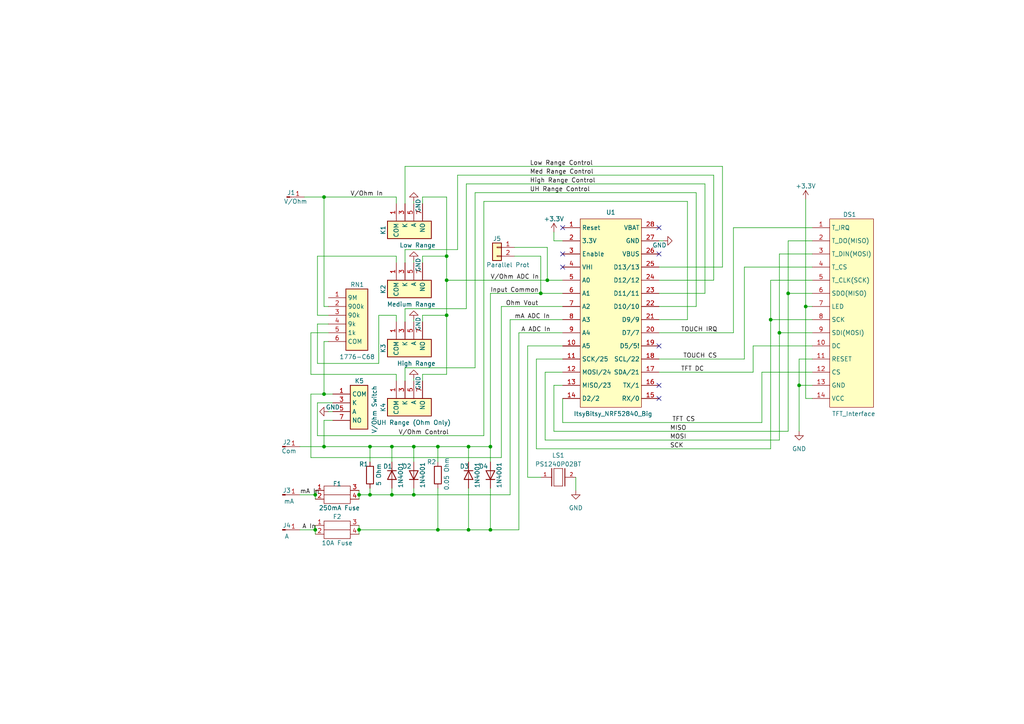
<source format=kicad_sch>
(kicad_sch (version 20230121) (generator eeschema)
  (paper "A4")
  (lib_symbols
    (symbol "502ProjectSymbols:1776-C68"
      (property "Reference" "RN" (at -2.54 13.97 0))
      (property "Value" "1776-C68" (at -2.54 11.43 0))
      (symbol "1776-C68_1_1"
        (rectangle (start -2.54 8.89) (end 3.81 -8.89) (stroke (width 0.254)) (fill (type background)))
        (pin passive line (at -7.62 6.35 0) (length 5.08) (name "9M") (number "1"))
        (pin passive line (at -7.62 3.81 0) (length 5.08) (name "900k") (number "2"))
        (pin passive line (at -7.62 1.27 0) (length 5.08) (name "90k") (number "3"))
        (pin passive line (at -7.62 -1.27 0) (length 5.08) (name "9k") (number "4"))
        (pin passive line (at -7.62 -3.81 0) (length 5.08) (name "1k") (number "5"))
        (pin passive line (at -7.62 -6.35 0) (length 5.08) (name "COM") (number "6"))
      )
    )
    (symbol "502ProjectSymbols:Fuse"
      (property "Reference" "F" (at 0 3.81 0))
      (property "Value" "Fuse" (at 0 -3.81 0))
      (symbol "Fuse_0_1"
        (rectangle (start -3.81 2.54) (end 3.81 -2.54))
        (polyline (pts (xy -3.81 0) (xy 3.81 0)))
      )
      (symbol "Fuse_1_1"
        (pin passive line (at -6.35 1.27 0) (length 2.54) (name "") (number "1"))
        (pin passive line (at -6.35 -1.27 0) (length 2.54) (name "") (number "2"))
        (pin passive line (at 6.35 1.27 180) (length 2.54) (name "") (number "3"))
        (pin passive line (at 6.35 -1.27 180) (length 2.54) (name "") (number "4"))
      )
    )
    (symbol "502ProjectSymbols:ItsyBitsy_NRF52840_Big"
      (property "Reference" "U" (at 0 27.94 0))
      (property "Value" "ItsyBitsy_NRF52840_Big" (at 0 -29.21 0))
      (symbol "ItsyBitsy_NRF52840_Big_0_1"
        (rectangle (start -8.89 26.67) (end 8.89 -27.94) (fill (type background)))
      )
      (symbol "ItsyBitsy_NRF52840_Big_1_0"
        (pin input line (at -13.97 -10.16 0) (length 5.08) (name "") (number ""))
      )
      (symbol "ItsyBitsy_NRF52840_Big_1_1"
        (pin input line (at -13.97 24.13 0) (length 5.08) (name "Reset") (number "1"))
        (pin input line (at -13.97 -10.16 0) (length 5.08) (name "A5") (number "10"))
        (pin bidirectional line (at -13.97 -13.97 0) (length 5.08) (name "SCK/25") (number "11"))
        (pin bidirectional line (at -13.97 -17.78 0) (length 5.08) (name "MOSI/24") (number "12"))
        (pin bidirectional line (at -13.97 -21.59 0) (length 5.08) (name "MISO/23") (number "13"))
        (pin bidirectional line (at -13.97 -25.4 0) (length 5.08) (name "D2/2") (number "14"))
        (pin bidirectional line (at 13.97 -25.4 180) (length 5.08) (name "RX/0") (number "15"))
        (pin bidirectional line (at 13.97 -21.59 180) (length 5.08) (name "TX/1") (number "16"))
        (pin bidirectional line (at 13.97 -17.78 180) (length 5.08) (name "SDA/21") (number "17"))
        (pin bidirectional line (at 13.97 -13.97 180) (length 5.08) (name "SCL/22") (number "18"))
        (pin bidirectional line (at 13.97 -10.16 180) (length 5.08) (name "D5/5!") (number "19"))
        (pin output line (at -13.97 20.32 0) (length 5.08) (name "3.3V") (number "2"))
        (pin bidirectional line (at 13.97 -6.35 180) (length 5.08) (name "D7/7") (number "20"))
        (pin bidirectional line (at 13.97 -2.54 180) (length 5.08) (name "D9/9") (number "21"))
        (pin bidirectional line (at 13.97 1.27 180) (length 5.08) (name "D10/10") (number "22"))
        (pin bidirectional line (at 13.97 5.08 180) (length 5.08) (name "D11/11") (number "23"))
        (pin bidirectional line (at 13.97 8.89 180) (length 5.08) (name "D12/12") (number "24"))
        (pin bidirectional line (at 13.97 12.7 180) (length 5.08) (name "D13/13") (number "25"))
        (pin bidirectional line (at 13.97 16.51 180) (length 5.08) (name "VBUS") (number "26"))
        (pin bidirectional line (at 13.97 20.32 180) (length 5.08) (name "GND") (number "27"))
        (pin bidirectional line (at 13.97 24.13 180) (length 5.08) (name "VBAT") (number "28"))
        (pin input line (at -13.97 16.51 0) (length 5.08) (name "Enable") (number "3"))
        (pin bidirectional line (at -13.97 12.7 0) (length 5.08) (name "VHI") (number "4"))
        (pin input line (at -13.97 8.89 0) (length 5.08) (name "A0") (number "5"))
        (pin input line (at -13.97 5.08 0) (length 5.08) (name "A1") (number "6"))
        (pin input line (at -13.97 1.27 0) (length 5.08) (name "A2") (number "7"))
        (pin input line (at -13.97 -2.54 0) (length 5.08) (name "A3") (number "8"))
        (pin input line (at -13.97 -6.35 0) (length 5.08) (name "A4") (number "9"))
      )
    )
    (symbol "502ProjectSymbols:PS1240P02BT" (pin_names (offset 1.016))
      (property "Reference" "LS" (at -3.81 3.81 0))
      (property "Value" "PS1240P02BT" (at -3.81 -5.08 0))
      (symbol "PS1240P02BT_0_0"
        (polyline (pts (xy -2.54 0) (xy -1.905 0)) (stroke (width 0.1524)))
        (polyline (pts (xy -1.905 -2.54) (xy -1.905 0)) (stroke (width 0.254)))
        (polyline (pts (xy -1.905 0) (xy -1.905 2.54)) (stroke (width 0.254)))
        (polyline (pts (xy -1.27 -2.54) (xy 1.27 -2.54)) (stroke (width 0.1524)))
        (polyline (pts (xy -1.27 2.54) (xy -1.27 -2.54)) (stroke (width 0.1524)))
        (polyline (pts (xy 1.27 -2.54) (xy 1.27 2.54)) (stroke (width 0.1524)))
        (polyline (pts (xy 1.27 2.54) (xy -1.27 2.54)) (stroke (width 0.1524)))
        (polyline (pts (xy 1.905 0) (xy 1.905 -2.54)) (stroke (width 0.254)))
        (polyline (pts (xy 1.905 0) (xy 2.54 0)) (stroke (width 0.1524)))
        (polyline (pts (xy 1.905 2.54) (xy 1.905 0)) (stroke (width 0.254)))
        (pin passive line (at -5.08 0 0) (length 2.54) (name "~") (number "1"))
        (pin passive line (at 5.08 0 180) (length 2.54) (name "~") (number "2"))
      )
    )
    (symbol "502ProjectSymbols:SIL03-1A72-71D"
      (property "Reference" "K" (at -1.27 8.89 0))
      (property "Value" "SIL03-1A72-71D" (at 3.81 -8.89 90))
      (symbol "SIL03-1A72-71D_1_1"
        (rectangle (start -2.54 6.35) (end 2.54 -6.35) (stroke (width 0.254)) (fill (type background)))
        (pin passive line (at -7.62 3.81 0) (length 5.08) (name "COM") (number "1"))
        (pin passive line (at -7.62 1.27 0) (length 5.08) (name "K") (number "3"))
        (pin passive line (at -7.62 -1.27 0) (length 5.08) (name "A") (number "5"))
        (pin passive line (at -7.62 -3.81 0) (length 5.08) (name "NO") (number "7"))
      )
    )
    (symbol "502ProjectSymbols:TFT_Interface"
      (property "Reference" "DS" (at -1.27 27.94 0))
      (property "Value" "TFT_Interface" (at 0 -29.21 0))
      (symbol "TFT_Interface_0_1"
        (rectangle (start -6.35 26.67) (end 6.35 -27.94) (fill (type background)))
      )
      (symbol "TFT_Interface_1_1"
        (pin passive line (at -11.43 24.13 0) (length 5.08) (name "T_IRQ") (number "1"))
        (pin passive line (at -11.43 -10.16 0) (length 5.08) (name "DC") (number "10"))
        (pin passive line (at -11.43 -13.97 0) (length 5.08) (name "RESET") (number "11"))
        (pin passive line (at -11.43 -17.78 0) (length 5.08) (name "CS") (number "12"))
        (pin passive line (at -11.43 -21.59 0) (length 5.08) (name "GND") (number "13"))
        (pin passive line (at -11.43 -25.4 0) (length 5.08) (name "VCC") (number "14"))
        (pin passive line (at -11.43 20.32 0) (length 5.08) (name "T_DO(MISO)") (number "2"))
        (pin passive line (at -11.43 16.51 0) (length 5.08) (name "T_DIN(MOSI)") (number "3"))
        (pin passive line (at -11.43 12.7 0) (length 5.08) (name "T_CS") (number "4"))
        (pin passive line (at -11.43 8.89 0) (length 5.08) (name "T_CLK(SCK)") (number "5"))
        (pin passive line (at -11.43 5.08 0) (length 5.08) (name "SDO(MISO)") (number "6"))
        (pin passive line (at -11.43 1.27 0) (length 5.08) (name "LED") (number "7"))
        (pin passive line (at -11.43 -2.54 0) (length 5.08) (name "SCK") (number "8"))
        (pin passive line (at -11.43 -6.35 0) (length 5.08) (name "SDI(MOSI)") (number "9"))
      )
    )
    (symbol "Connector:Conn_01x01_Pin" (pin_names (offset 1.016) hide)
      (property "Reference" "J" (at 0 2.54 0))
      (property "Value" "Conn_01x01_Pin" (at 0 -2.54 0))
      (symbol "Conn_01x01_Pin_1_1"
        (polyline (pts (xy 1.27 0) (xy 0.8636 0)) (stroke (width 0.1524)))
        (rectangle (start 0.8636 0.127) (end 0 -0.127) (stroke (width 0.1524)) (fill (type outline)))
        (pin passive line (at 5.08 0 180) (length 3.81) (name "Pin_1") (number "1"))
      )
    )
    (symbol "Connector_Generic:Conn_01x02" (pin_names (offset 1.016) hide)
      (property "Reference" "J" (at 0 2.54 0))
      (property "Value" "Conn_01x02" (at 0 -5.08 0))
      (symbol "Conn_01x02_1_1"
        (rectangle (start -1.27 -2.413) (end 0 -2.667) (stroke (width 0.1524)))
        (rectangle (start -1.27 0.127) (end 0 -0.127) (stroke (width 0.1524)))
        (rectangle (start -1.27 1.27) (end 1.27 -3.81) (stroke (width 0.254)) (fill (type background)))
        (pin passive line (at -5.08 0 0) (length 3.81) (name "Pin_1") (number "1"))
        (pin passive line (at -5.08 -2.54 0) (length 3.81) (name "Pin_2") (number "2"))
      )
    )
    (symbol "Device:R" (pin_numbers hide) (pin_names (offset 0))
      (property "Reference" "R" (at 2.032 0 90))
      (property "Value" "R" (at 0 0 90))
      (symbol "R_0_1"
        (rectangle (start -1.016 -2.54) (end 1.016 2.54) (stroke (width 0.254)))
      )
      (symbol "R_1_1"
        (pin passive line (at 0 3.81 270) (length 1.27) (name "~") (number "1"))
        (pin passive line (at 0 -3.81 90) (length 1.27) (name "~") (number "2"))
      )
    )
    (symbol "Diode:1N4001" (pin_numbers hide) (pin_names hide)
      (property "Reference" "D" (at 0 2.54 0))
      (property "Value" "1N4001" (at 0 -2.54 0))
      (symbol "1N4001_0_1"
        (polyline (pts (xy -1.27 1.27) (xy -1.27 -1.27)) (stroke (width 0.254)))
        (polyline (pts (xy 1.27 0) (xy -1.27 0)))
        (polyline (pts (xy 1.27 1.27) (xy 1.27 -1.27) (xy -1.27 0) (xy 1.27 1.27)) (stroke (width 0.254)))
      )
      (symbol "1N4001_1_1"
        (pin passive line (at -3.81 0 0) (length 2.54) (name "K") (number "1"))
        (pin passive line (at 3.81 0 180) (length 2.54) (name "A") (number "2"))
      )
    )
    (symbol "power:+3.3V" (power) (pin_names (offset 0))
      (property "Value" "+3.3V" (at 0 3.556 0))
      (symbol "+3.3V_0_1"
        (polyline (pts (xy -0.762 1.27) (xy 0 2.54)))
        (polyline (pts (xy 0 0) (xy 0 2.54)))
        (polyline (pts (xy 0 2.54) (xy 0.762 1.27)))
      )
      (symbol "+3.3V_1_1"
        (pin power_in line (at 0 0 90) (length 0) hide (name "+3.3V") (number "1"))
      )
    )
    (symbol "power:GND" (power) (pin_names (offset 0))
      (property "Value" "GND" (at 0 -3.81 0))
      (symbol "GND_0_1"
        (polyline (pts (xy 0 0) (xy 0 -1.27) (xy 1.27 -1.27) (xy 0 -2.54) (xy -1.27 -1.27) (xy 0 -1.27)))
      )
      (symbol "GND_1_1"
        (pin power_in line (at 0 0 270) (length 0) hide (name "GND") (number "1"))
      )
    )
  )
  (junction (at 228.6 85.09))
  (junction (at 142.24 129.54))
  (junction (at 91.44 153.67))
  (junction (at 158.75 81.28))
  (junction (at 91.44 143.51))
  (junction (at 127 153.67))
  (junction (at 104.14 153.67))
  (junction (at 231.775 111.76))
  (junction (at 127 129.54))
  (junction (at 93.98 114.3))
  (junction (at 135.89 129.54))
  (junction (at 135.89 153.67))
  (junction (at 107.315 143.51))
  (junction (at 120.015 143.51))
  (junction (at 129.54 91.44))
  (junction (at 120.015 129.54))
  (junction (at 156.845 85.09))
  (junction (at 142.24 153.67))
  (junction (at 107.315 129.54))
  (junction (at 223.52 92.71))
  (junction (at 93.98 129.54))
  (junction (at 93.98 57.15))
  (junction (at 129.54 81.28))
  (junction (at 113.665 129.54))
  (junction (at 226.06 96.52))
  (junction (at 129.54 74.295))
  (junction (at 113.665 143.51))
  (junction (at 104.14 143.51))
  (junction (at 233.68 88.9))
  (no_connect (at 191.135 66.04))
  (no_connect (at 191.135 111.76))
  (no_connect (at 191.135 73.66))
  (no_connect (at 191.135 100.33))
  (no_connect (at 163.195 77.47))
  (no_connect (at 163.195 73.66))
  (no_connect (at 163.195 66.04))
  (no_connect (at 191.135 115.57))
  (wire (pts (xy 107.315 143.51) (xy 107.315 141.605)))
  (wire (pts (xy 95.25 99.06) (xy 93.98 99.06)))
  (wire (pts (xy 142.24 129.54) (xy 142.24 133.985)))
  (wire (pts (xy 135.255 89.535) (xy 135.255 53.34)))
  (wire (pts (xy 117.475 48.26) (xy 209.55 48.26)))
  (wire (pts (xy 160.655 111.76) (xy 160.655 125.095)))
  (wire (pts (xy 104.14 153.67) (xy 104.14 152.4)))
  (wire (pts (xy 113.665 141.605) (xy 113.665 143.51)))
  (wire (pts (xy 122.555 74.295) (xy 122.555 76.2)))
  (wire (pts (xy 153.035 138.43) (xy 153.035 100.33)))
  (wire (pts (xy 122.555 57.15) (xy 129.54 57.15)))
  (wire (pts (xy 231.775 104.14) (xy 231.775 111.76)))
  (wire (pts (xy 153.035 100.33) (xy 163.195 100.33)))
  (wire (pts (xy 135.89 153.67) (xy 142.24 153.67)))
  (wire (pts (xy 235.585 104.14) (xy 231.775 104.14)))
  (wire (pts (xy 156.845 138.43) (xy 153.035 138.43)))
  (wire (pts (xy 150.495 96.52) (xy 150.495 153.67)))
  (wire (pts (xy 191.135 77.47) (xy 209.55 77.47)))
  (wire (pts (xy 104.14 153.67) (xy 104.14 154.94)))
  (wire (pts (xy 235.585 100.33) (xy 218.44 100.33)))
  (wire (pts (xy 120.015 75.565) (xy 120.015 76.2)))
  (wire (pts (xy 96.52 116.84) (xy 92.075 116.84)))
  (wire (pts (xy 142.24 141.605) (xy 142.24 153.67)))
  (wire (pts (xy 223.52 81.28) (xy 223.52 92.71)))
  (wire (pts (xy 156.845 74.295) (xy 156.845 85.09)))
  (wire (pts (xy 212.725 96.52) (xy 191.135 96.52)))
  (wire (pts (xy 145.415 88.9) (xy 163.195 88.9)))
  (wire (pts (xy 96.52 121.92) (xy 93.98 121.92)))
  (wire (pts (xy 86.995 153.67) (xy 91.44 153.67)))
  (wire (pts (xy 129.54 57.15) (xy 129.54 74.295)))
  (wire (pts (xy 209.55 48.26) (xy 209.55 77.47)))
  (wire (pts (xy 93.98 121.92) (xy 93.98 129.54)))
  (wire (pts (xy 113.665 129.54) (xy 113.665 133.985)))
  (wire (pts (xy 145.415 88.9) (xy 145.415 132.715)))
  (wire (pts (xy 90.17 114.3) (xy 93.98 114.3)))
  (wire (pts (xy 231.775 111.76) (xy 231.775 125.095)))
  (wire (pts (xy 235.585 88.9) (xy 233.68 88.9)))
  (wire (pts (xy 117.475 106.68) (xy 137.795 106.68)))
  (wire (pts (xy 120.015 92.71) (xy 120.015 93.345)))
  (wire (pts (xy 228.6 69.85) (xy 228.6 85.09)))
  (wire (pts (xy 147.955 92.71) (xy 163.195 92.71)))
  (wire (pts (xy 235.585 69.85) (xy 228.6 69.85)))
  (wire (pts (xy 215.9 77.47) (xy 215.9 104.14)))
  (wire (pts (xy 120.015 129.54) (xy 120.015 133.985)))
  (wire (pts (xy 95.25 93.98) (xy 92.075 93.98)))
  (wire (pts (xy 93.98 57.15) (xy 114.935 57.15)))
  (wire (pts (xy 235.585 66.04) (xy 212.725 66.04)))
  (wire (pts (xy 226.06 96.52) (xy 235.585 96.52)))
  (wire (pts (xy 191.135 69.85) (xy 192.405 69.85)))
  (wire (pts (xy 129.54 81.28) (xy 129.54 91.44)))
  (wire (pts (xy 117.475 72.39) (xy 132.715 72.39)))
  (wire (pts (xy 120.015 58.42) (xy 120.015 59.055)))
  (wire (pts (xy 127 153.67) (xy 127 141.605)))
  (wire (pts (xy 129.54 81.28) (xy 158.75 81.28)))
  (wire (pts (xy 233.68 88.9) (xy 233.68 115.57)))
  (wire (pts (xy 235.585 81.28) (xy 223.52 81.28)))
  (wire (pts (xy 158.115 107.95) (xy 158.115 127.635)))
  (wire (pts (xy 93.98 129.54) (xy 107.315 129.54)))
  (wire (pts (xy 220.98 107.95) (xy 220.98 122.555)))
  (wire (pts (xy 86.995 129.54) (xy 93.98 129.54)))
  (wire (pts (xy 91.44 153.67) (xy 91.44 152.4)))
  (wire (pts (xy 91.44 153.67) (xy 91.44 154.94)))
  (wire (pts (xy 212.725 66.04) (xy 212.725 96.52)))
  (wire (pts (xy 163.195 111.76) (xy 160.655 111.76)))
  (wire (pts (xy 135.89 141.605) (xy 135.89 153.67)))
  (wire (pts (xy 235.585 107.95) (xy 220.98 107.95)))
  (wire (pts (xy 220.98 122.555) (xy 163.195 122.555)))
  (wire (pts (xy 191.135 107.95) (xy 218.44 107.95)))
  (wire (pts (xy 158.75 71.755) (xy 158.75 81.28)))
  (wire (pts (xy 92.075 105.41) (xy 109.855 105.41)))
  (wire (pts (xy 127 129.54) (xy 127 133.985)))
  (wire (pts (xy 92.075 91.44) (xy 92.075 74.295)))
  (wire (pts (xy 207.01 50.8) (xy 207.01 81.28)))
  (wire (pts (xy 158.75 81.28) (xy 163.195 81.28)))
  (wire (pts (xy 226.06 127.635) (xy 226.06 96.52)))
  (wire (pts (xy 92.075 126.365) (xy 140.335 126.365)))
  (wire (pts (xy 191.135 85.09) (xy 204.47 85.09)))
  (wire (pts (xy 93.98 114.3) (xy 96.52 114.3)))
  (wire (pts (xy 90.17 132.715) (xy 90.17 114.3)))
  (wire (pts (xy 129.54 108.585) (xy 122.555 108.585)))
  (wire (pts (xy 163.195 104.14) (xy 155.575 104.14)))
  (wire (pts (xy 91.44 143.51) (xy 91.44 144.78)))
  (wire (pts (xy 122.555 74.295) (xy 129.54 74.295)))
  (wire (pts (xy 104.14 153.67) (xy 127 153.67)))
  (wire (pts (xy 142.24 153.67) (xy 150.495 153.67)))
  (wire (pts (xy 142.24 85.09) (xy 156.845 85.09)))
  (wire (pts (xy 223.52 130.175) (xy 223.52 92.71)))
  (wire (pts (xy 235.585 77.47) (xy 215.9 77.47)))
  (wire (pts (xy 122.555 91.44) (xy 122.555 93.345)))
  (wire (pts (xy 158.115 127.635) (xy 226.06 127.635)))
  (wire (pts (xy 93.98 99.06) (xy 93.98 114.3)))
  (wire (pts (xy 90.17 132.715) (xy 145.415 132.715)))
  (wire (pts (xy 233.68 115.57) (xy 235.585 115.57)))
  (wire (pts (xy 117.475 93.345) (xy 117.475 89.535)))
  (wire (pts (xy 90.17 108.585) (xy 114.935 108.585)))
  (wire (pts (xy 95.25 96.52) (xy 90.17 96.52)))
  (wire (pts (xy 201.93 55.88) (xy 201.93 88.9)))
  (wire (pts (xy 107.315 143.51) (xy 113.665 143.51)))
  (wire (pts (xy 107.315 129.54) (xy 107.315 133.985)))
  (wire (pts (xy 135.255 53.34) (xy 204.47 53.34)))
  (wire (pts (xy 163.195 107.95) (xy 158.115 107.95)))
  (wire (pts (xy 156.845 85.09) (xy 163.195 85.09)))
  (wire (pts (xy 137.795 106.68) (xy 137.795 55.88)))
  (wire (pts (xy 231.775 111.76) (xy 235.585 111.76)))
  (wire (pts (xy 92.075 74.295) (xy 114.935 74.295)))
  (wire (pts (xy 163.195 69.85) (xy 160.655 69.85)))
  (wire (pts (xy 129.54 91.44) (xy 129.54 108.585)))
  (wire (pts (xy 122.555 108.585) (xy 122.555 110.49)))
  (wire (pts (xy 149.225 71.755) (xy 158.75 71.755)))
  (wire (pts (xy 155.575 104.14) (xy 155.575 130.175)))
  (wire (pts (xy 150.495 96.52) (xy 163.195 96.52)))
  (wire (pts (xy 92.075 93.98) (xy 92.075 105.41)))
  (wire (pts (xy 167.005 138.43) (xy 167.005 142.24)))
  (wire (pts (xy 113.665 143.51) (xy 120.015 143.51)))
  (wire (pts (xy 160.655 125.095) (xy 228.6 125.095)))
  (wire (pts (xy 114.935 74.295) (xy 114.935 76.2)))
  (wire (pts (xy 191.135 81.28) (xy 207.01 81.28)))
  (wire (pts (xy 88.265 57.15) (xy 93.98 57.15)))
  (wire (pts (xy 132.715 50.8) (xy 207.01 50.8)))
  (wire (pts (xy 104.14 142.24) (xy 104.14 143.51)))
  (wire (pts (xy 199.39 58.42) (xy 199.39 92.71)))
  (wire (pts (xy 107.315 129.54) (xy 113.665 129.54)))
  (wire (pts (xy 109.855 105.41) (xy 109.855 91.44)))
  (wire (pts (xy 104.14 143.51) (xy 107.315 143.51)))
  (wire (pts (xy 129.54 74.295) (xy 129.54 81.28)))
  (wire (pts (xy 127 129.54) (xy 135.89 129.54)))
  (wire (pts (xy 120.015 109.855) (xy 120.015 110.49)))
  (wire (pts (xy 149.225 74.295) (xy 156.845 74.295)))
  (wire (pts (xy 114.935 108.585) (xy 114.935 110.49)))
  (wire (pts (xy 117.475 76.2) (xy 117.475 72.39)))
  (wire (pts (xy 122.555 57.15) (xy 122.555 59.055)))
  (wire (pts (xy 95.25 91.44) (xy 92.075 91.44)))
  (wire (pts (xy 223.52 92.71) (xy 235.585 92.71)))
  (wire (pts (xy 155.575 130.175) (xy 223.52 130.175)))
  (wire (pts (xy 122.555 91.44) (xy 129.54 91.44)))
  (wire (pts (xy 140.335 58.42) (xy 199.39 58.42)))
  (wire (pts (xy 218.44 100.33) (xy 218.44 107.95)))
  (wire (pts (xy 114.935 91.44) (xy 114.935 93.345)))
  (wire (pts (xy 117.475 110.49) (xy 117.475 106.68)))
  (wire (pts (xy 228.6 85.09) (xy 235.585 85.09)))
  (wire (pts (xy 163.195 122.555) (xy 163.195 115.57)))
  (wire (pts (xy 114.935 57.15) (xy 114.935 59.055)))
  (wire (pts (xy 120.015 129.54) (xy 127 129.54)))
  (wire (pts (xy 235.585 73.66) (xy 226.06 73.66)))
  (wire (pts (xy 233.68 88.9) (xy 233.68 57.785)))
  (wire (pts (xy 127 153.67) (xy 135.89 153.67)))
  (wire (pts (xy 137.795 55.88) (xy 201.93 55.88)))
  (wire (pts (xy 140.335 126.365) (xy 140.335 58.42)))
  (wire (pts (xy 93.98 88.9) (xy 93.98 57.15)))
  (wire (pts (xy 199.39 92.71) (xy 191.135 92.71)))
  (wire (pts (xy 120.015 143.51) (xy 147.955 143.51)))
  (wire (pts (xy 215.9 104.14) (xy 191.135 104.14)))
  (wire (pts (xy 117.475 48.26) (xy 117.475 59.055)))
  (wire (pts (xy 142.24 85.09) (xy 142.24 129.54)))
  (wire (pts (xy 86.995 143.51) (xy 91.44 143.51)))
  (wire (pts (xy 104.14 143.51) (xy 104.14 144.78)))
  (wire (pts (xy 201.93 88.9) (xy 191.135 88.9)))
  (wire (pts (xy 135.89 129.54) (xy 142.24 129.54)))
  (wire (pts (xy 204.47 53.34) (xy 204.47 85.09)))
  (wire (pts (xy 117.475 89.535) (xy 135.255 89.535)))
  (wire (pts (xy 95.25 88.9) (xy 93.98 88.9)))
  (wire (pts (xy 132.715 72.39) (xy 132.715 50.8)))
  (wire (pts (xy 95.25 119.38) (xy 96.52 119.38)))
  (wire (pts (xy 135.89 129.54) (xy 135.89 133.985)))
  (wire (pts (xy 147.955 92.71) (xy 147.955 143.51)))
  (wire (pts (xy 226.06 73.66) (xy 226.06 96.52)))
  (wire (pts (xy 160.655 69.85) (xy 160.655 67.31)))
  (wire (pts (xy 91.44 143.51) (xy 91.44 142.24)))
  (wire (pts (xy 90.17 96.52) (xy 90.17 108.585)))
  (wire (pts (xy 228.6 125.095) (xy 228.6 85.09)))
  (wire (pts (xy 109.855 91.44) (xy 114.935 91.44)))
  (wire (pts (xy 120.015 141.605) (xy 120.015 143.51)))
  (wire (pts (xy 113.665 129.54) (xy 120.015 129.54)))
  (wire (pts (xy 92.075 116.84) (xy 92.075 126.365)))
  (label "TFT DC" (at 197.485 107.95 0))
  (label "SCK" (at 194.31 130.175 0))
  (label "V{slash}Ohm Control" (at 115.57 126.365 0))
  (label "A In" (at 87.63 153.67 0))
  (label "Ohm Vout" (at 146.685 88.9 0))
  (label "TOUCH IRQ" (at 197.485 96.52 0))
  (label "MOSI" (at 194.31 127.635 0))
  (label "High Range Control" (at 153.67 53.34 0))
  (label "V{slash}Ohm ADC In" (at 142.24 81.28 0))
  (label "Input Common" (at 142.24 85.09 0))
  (label "UH Range Control" (at 153.67 55.88 0))
  (label "TFT CS" (at 194.945 122.555 0))
  (label "A ADC In" (at 151.13 96.52 0))
  (label "mA ADC In" (at 149.225 92.71 0))
  (label "Med Range Control" (at 153.67 50.8 0))
  (label "TOUCH CS" (at 198.12 104.14 0))
  (label "Low Range Control" (at 153.67 48.26 0))
  (label "V{slash}Ohm In" (at 101.6 57.15 0))
  (label "MISO" (at 194.31 125.095 0))
  (label "mA In" (at 86.995 143.51 0))
  (symbol (lib_id "Device:R") (at 127 137.795 180) (unit 1)
    (property "Reference" "R2" (at 123.825 133.985 0) (effects (justify right)))
    (property "Value" "0.05 Ohm" (at 129.54 142.24 90) (effects (justify right)))
    (property "Footprint" "502ProjectFootprints:0.05 Ohm 5W Resistor rev2" (effects hide))
  )
  (symbol (lib_id "power:GND") (at 120.015 75.565 180) (unit 1)
    (property "Reference" "#PWR09" (effects hide))
    (property "Value" "GND" (at 121.285 76.835 90))
  )
  (symbol (lib_id "power:GND") (at 167.005 142.24 0) (unit 1)
    (property "Reference" "#PWR010" (effects hide))
    (property "Value" "GND" (at 167.005 147.32 0))
  )
  (symbol (lib_id "Connector:Conn_01x01_Pin") (at 81.915 129.54 0) (unit 1)
    (property "Reference" "J2" (at 83.185 128.27 0))
    (property "Value" "Com" (at 83.82 130.81 0))
    (property "Footprint" "502ProjectFootprints:PinHeader_1x01_P2.54mm_Vertical_H0.8mm" (effects hide))
  )
  (symbol (lib_id "502ProjectSymbols:SIL03-1A72-71D") (at 118.745 83.82 90) (mirror x) (unit 1)
    (property "Reference" "K2" (at 111.125 82.55 0) (effects (justify left)))
    (property "Value" "Medium Range" (at 126.365 88.265 90) (effects (justify left)))
    (property "Footprint" "502ProjectFootprints:SIL03-1A72-71DrevB" (effects hide))
    (property "Datasheet" "https://4a30d8fd18dae1bf393d-df49f4cedb726ad03ad145d2e3d346bd.ssl.cf5.rackcdn.com/datasheets/33/3303172171e.pdf" (effects hide))
    (property "Height" "7.8" (effects hide))
    (property "Manufacturer_Name" "Meder" (effects hide))
    (property "Manufacturer_Part_Number" "SIL03-1A72-71D" (effects hide))
    (property "Mouser Part Number" "876-SIL03-1A72-71D" (effects hide))
    (property "Mouser Price/Stock" "https://www.mouser.co.uk/ProductDetail/MEDER-electronic-Standex/SIL03-1A72-71D?qs=XQXp6f9AQWAyfFxxKRfX0Q%3D%3D" (effects hide))
  )
  (symbol (lib_id "Device:R") (at 107.315 137.795 180) (unit 1)
    (property "Reference" "R1" (at 104.14 134.62 0) (effects (justify right)))
    (property "Value" "5 Ohm" (at 109.855 140.97 90) (effects (justify right)))
    (property "Footprint" "Resistor_THT:R_Axial_DIN0207_L6.3mm_D2.5mm_P10.16mm_Horizontal" (effects hide))
  )
  (symbol (lib_id "502ProjectSymbols:TFT_Interface") (at 247.015 90.17 0) (unit 1)
    (property "Reference" "DS1" (at 244.475 62.23 0) (effects (justify left)))
    (property "Value" "TFT_Interface" (at 241.3 120.015 0) (effects (justify left)))
    (property "Footprint" "502ProjectFootprints:PinHeader_1x14_P2.54mm_Vertical_H0.9mm" (effects hide))
  )
  (symbol (lib_id "502ProjectSymbols:SIL03-1A72-71D") (at 104.14 118.11 0) (unit 1)
    (property "Reference" "K5" (at 102.87 110.49 0) (effects (justify left)))
    (property "Value" "V/Ohm Switch" (at 108.585 125.73 90) (effects (justify left)))
    (property "Footprint" "502ProjectFootprints:SIL03-1A72-71DrevB" (effects hide))
    (property "Datasheet" "https://4a30d8fd18dae1bf393d-df49f4cedb726ad03ad145d2e3d346bd.ssl.cf5.rackcdn.com/datasheets/33/3303172171e.pdf" (effects hide))
    (property "Height" "7.8" (effects hide))
    (property "Manufacturer_Name" "Meder" (effects hide))
    (property "Manufacturer_Part_Number" "SIL03-1A72-71D" (effects hide))
    (property "Mouser Part Number" "876-SIL03-1A72-71D" (effects hide))
    (property "Mouser Price/Stock" "https://www.mouser.co.uk/ProductDetail/MEDER-electronic-Standex/SIL03-1A72-71D?qs=XQXp6f9AQWAyfFxxKRfX0Q%3D%3D" (effects hide))
  )
  (symbol (lib_id "502ProjectSymbols:SIL03-1A72-71D") (at 118.745 66.675 90) (mirror x) (unit 1)
    (property "Reference" "K1" (at 111.125 65.405 0) (effects (justify left)))
    (property "Value" "Low Range" (at 126.365 71.12 90) (effects (justify left)))
    (property "Footprint" "502ProjectFootprints:SIL03-1A72-71DrevB" (effects hide))
    (property "Datasheet" "https://4a30d8fd18dae1bf393d-df49f4cedb726ad03ad145d2e3d346bd.ssl.cf5.rackcdn.com/datasheets/33/3303172171e.pdf" (effects hide))
    (property "Height" "7.8" (effects hide))
    (property "Manufacturer_Name" "Meder" (effects hide))
    (property "Manufacturer_Part_Number" "SIL03-1A72-71D" (effects hide))
    (property "Mouser Part Number" "876-SIL03-1A72-71D" (effects hide))
    (property "Mouser Price/Stock" "https://www.mouser.co.uk/ProductDetail/MEDER-electronic-Standex/SIL03-1A72-71D?qs=XQXp6f9AQWAyfFxxKRfX0Q%3D%3D" (effects hide))
  )
  (symbol (lib_id "power:GND") (at 120.015 58.42 180) (unit 1)
    (property "Reference" "#PWR05" (effects hide))
    (property "Value" "GND" (at 121.285 59.69 90))
  )
  (symbol (lib_id "502ProjectSymbols:Fuse") (at 97.79 143.51 0) (unit 1)
    (property "Reference" "F1" (at 97.79 140.335 0))
    (property "Value" "250mA Fuse" (at 98.425 147.32 0))
    (property "Footprint" "502ProjectFootprints:250mA Fuse rev2" (effects hide))
  )
  (symbol (lib_id "Diode:1N4001") (at 113.665 137.795 270) (unit 1)
    (property "Reference" "D1" (at 111.125 135.255 90) (effects (justify left)))
    (property "Value" "1N4001" (at 116.205 133.985 0) (effects (justify left)))
    (property "Footprint" "Diode_THT:D_DO-41_SOD81_P10.16mm_Horizontal" (effects hide))
    (property "Datasheet" "http://www.vishay.com/docs/88503/1n4001.pdf" (effects hide))
    (property "Sim.Device" "D" (effects hide))
    (property "Sim.Pins" "1=K 2=A" (effects hide))
  )
  (symbol (lib_id "502ProjectSymbols:SIL03-1A72-71D") (at 118.745 100.965 90) (mirror x) (unit 1)
    (property "Reference" "K3" (at 111.125 99.695 0) (effects (justify left)))
    (property "Value" "High Range" (at 126.365 105.41 90) (effects (justify left)))
    (property "Footprint" "502ProjectFootprints:SIL03-1A72-71DrevB" (effects hide))
    (property "Datasheet" "https://4a30d8fd18dae1bf393d-df49f4cedb726ad03ad145d2e3d346bd.ssl.cf5.rackcdn.com/datasheets/33/3303172171e.pdf" (effects hide))
    (property "Height" "7.8" (effects hide))
    (property "Manufacturer_Name" "Meder" (effects hide))
    (property "Manufacturer_Part_Number" "SIL03-1A72-71D" (effects hide))
    (property "Mouser Part Number" "876-SIL03-1A72-71D" (effects hide))
    (property "Mouser Price/Stock" "https://www.mouser.co.uk/ProductDetail/MEDER-electronic-Standex/SIL03-1A72-71D?qs=XQXp6f9AQWAyfFxxKRfX0Q%3D%3D" (effects hide))
  )
  (symbol (lib_id "power:GND") (at 231.775 125.095 0) (unit 1)
    (property "Reference" "#PWR03" (effects hide))
    (property "Value" "GND" (at 231.775 130.175 0))
  )
  (symbol (lib_id "Diode:1N4001") (at 142.24 137.795 90) (unit 1)
    (property "Reference" "D4" (at 141.605 135.255 90) (effects (justify left)))
    (property "Value" "1N4001" (at 144.78 141.605 0) (effects (justify left)))
    (property "Footprint" "Diode_THT:D_DO-41_SOD81_P10.16mm_Horizontal" (effects hide))
    (property "Datasheet" "http://www.vishay.com/docs/88503/1n4001.pdf" (effects hide))
    (property "Sim.Device" "D" (effects hide))
    (property "Sim.Pins" "1=K 2=A" (effects hide))
  )
  (symbol (lib_id "Diode:1N4001") (at 120.015 137.795 90) (unit 1)
    (property "Reference" "D2" (at 119.38 135.255 90) (effects (justify left)))
    (property "Value" "1N4001" (at 122.555 141.605 0) (effects (justify left)))
    (property "Footprint" "Diode_THT:D_DO-41_SOD81_P10.16mm_Horizontal" (effects hide))
    (property "Datasheet" "http://www.vishay.com/docs/88503/1n4001.pdf" (effects hide))
    (property "Sim.Device" "D" (effects hide))
    (property "Sim.Pins" "1=K 2=A" (effects hide))
  )
  (symbol (lib_id "power:+3.3V") (at 160.655 67.31 0) (unit 1)
    (property "Reference" "#PWR01" (effects hide))
    (property "Value" "+3.3V" (at 160.655 63.5 0))
  )
  (symbol (lib_id "502ProjectSymbols:PS1240P02BT") (at 161.925 138.43 0) (unit 1)
    (property "Reference" "LS1" (at 161.925 132.08 0))
    (property "Value" "PS1240P02BT" (at 161.925 134.62 0))
    (property "Footprint" "502ProjectFootprints:XDCR_PS1240P02BT" (effects hide))
    (property "MF" "TDK" (effects hide))
    (property "PRICE" "None" (effects hide))
    (property "AVAILABILITY" "Unavailable" (effects hide))
    (property "PACKAGE" "SIP-5 TDK" (effects hide))
    (property "MAXIMUM_PACKAGE_HEIGHT" "7.0mm" (effects hide))
    (property "DESCRIPTION" "Buzzers Transducer, Externally Driven Piezo 3V 4kHz 60dB @ 3V, 10cm Through Hole PC Pins" (effects hide))
    (property "MP" "PS1240P02CT3" (effects hide))
  )
  (symbol (lib_id "502ProjectSymbols:SIL03-1A72-71D") (at 118.745 118.11 90) (mirror x) (unit 1)
    (property "Reference" "K4" (at 111.125 116.84 0) (effects (justify left)))
    (property "Value" "UH Range (Ohm Only)" (at 130.81 122.555 90) (effects (justify left)))
    (property "Footprint" "502ProjectFootprints:SIL03-1A72-71DrevB" (effects hide))
    (property "Datasheet" "https://4a30d8fd18dae1bf393d-df49f4cedb726ad03ad145d2e3d346bd.ssl.cf5.rackcdn.com/datasheets/33/3303172171e.pdf" (effects hide))
    (property "Height" "7.8" (effects hide))
    (property "Manufacturer_Name" "Meder" (effects hide))
    (property "Manufacturer_Part_Number" "SIL03-1A72-71D" (effects hide))
    (property "Mouser Part Number" "876-SIL03-1A72-71D" (effects hide))
    (property "Mouser Price/Stock" "https://www.mouser.co.uk/ProductDetail/MEDER-electronic-Standex/SIL03-1A72-71D?qs=XQXp6f9AQWAyfFxxKRfX0Q%3D%3D" (effects hide))
  )
  (symbol (lib_id "power:GND") (at 120.015 92.71 180) (unit 1)
    (property "Reference" "#PWR06" (effects hide))
    (property "Value" "GND" (at 121.285 93.98 90))
  )
  (symbol (lib_id "power:+3.3V") (at 233.68 57.785 0) (unit 1)
    (property "Reference" "#PWR04" (effects hide))
    (property "Value" "+3.3V" (at 233.68 53.975 0))
  )
  (symbol (lib_id "Diode:1N4001") (at 135.89 137.795 270) (unit 1)
    (property "Reference" "D3" (at 133.35 135.255 90) (effects (justify left)))
    (property "Value" "1N4001" (at 138.43 133.985 0) (effects (justify left)))
    (property "Footprint" "Diode_THT:D_DO-41_SOD81_P10.16mm_Horizontal" (effects hide))
    (property "Datasheet" "http://www.vishay.com/docs/88503/1n4001.pdf" (effects hide))
    (property "Sim.Device" "D" (effects hide))
    (property "Sim.Pins" "1=K 2=A" (effects hide))
  )
  (symbol (lib_id "Connector:Conn_01x01_Pin") (at 81.915 143.51 0) (unit 1)
    (property "Reference" "J3" (at 83.185 142.24 0))
    (property "Value" "mA" (at 83.82 145.415 0))
    (property "Footprint" "502ProjectFootprints:PinHeader_1x01_P2.54mm_Vertical_H0.8mm" (effects hide))
  )
  (symbol (lib_id "power:GND") (at 95.25 119.38 270) (unit 1)
    (property "Reference" "#PWR08" (effects hide))
    (property "Value" "GND" (at 96.52 118.11 90))
  )
  (symbol (lib_id "power:GND") (at 192.405 69.85 90) (unit 1)
    (property "Reference" "#PWR02" (effects hide))
    (property "Value" "GND" (at 189.23 71.12 90) (effects (justify right)))
  )
  (symbol (lib_id "Connector_Generic:Conn_01x02") (at 144.145 71.755 0) (mirror y) (unit 1)
    (property "Reference" "J5" (at 144.145 69.215 0))
    (property "Value" "Parallel Prot" (at 147.32 76.835 0))
    (property "Footprint" "502ProjectFootprints:PinHeader_1x02_P2.54mm_Vertical_H0.9mm" (effects hide))
  )
  (symbol (lib_id "502ProjectSymbols:1776-C68") (at 102.87 92.71 0) (unit 1)
    (property "Reference" "RN1" (at 101.6 82.55 0) (effects (justify left)))
    (property "Value" "1776-C68" (at 98.425 103.505 0) (effects (justify left)))
    (property "Footprint" "502ProjectFootprints:1776C68" (effects hide))
    (property "Datasheet" "http://www.caddock.com/Online_catalog/Mrktg_Lit/Type1776.pdf" (effects hide))
    (property "Height" "13.97" (effects hide))
    (property "Manufacturer_Name" "Caddock" (effects hide))
    (property "Manufacturer_Part_Number" "1776-C68" (effects hide))
    (property "Mouser Part Number" "684-1776-C68" (effects hide))
    (property "Mouser Price/Stock" "https://www.mouser.co.uk/ProductDetail/Caddock/1776-C68?qs=2QmwSASSNhaGcnZtYodE5g%3D%3D" (effects hide))
  )
  (symbol (lib_id "power:GND") (at 120.015 109.855 180) (unit 1)
    (property "Reference" "#PWR07" (effects hide))
    (property "Value" "GND" (at 121.285 111.125 90))
  )
  (symbol (lib_id "Connector:Conn_01x01_Pin") (at 81.915 153.67 0) (unit 1)
    (property "Reference" "J4" (at 83.185 152.4 0))
    (property "Value" "A" (at 83.185 155.575 0))
    (property "Footprint" "502ProjectFootprints:PinHeader_1x01_P2.54mm_Vertical_H0.8mm" (effects hide))
  )
  (symbol (lib_id "502ProjectSymbols:Fuse") (at 97.79 153.67 0) (unit 1)
    (property "Reference" "F2" (at 97.79 149.86 0))
    (property "Value" "10A Fuse" (at 97.79 157.48 0))
    (property "Footprint" "502ProjectFootprints:10A Fuse Oval rev2" (effects hide))
  )
  (symbol (lib_id "Connector:Conn_01x01_Pin") (at 83.185 57.15 0) (unit 1)
    (property "Reference" "J1" (at 84.455 55.88 0))
    (property "Value" "V/Ohm" (at 85.725 58.42 0))
    (property "Footprint" "502ProjectFootprints:PinHeader_1x01_P2.54mm_Vertical_H0.8mm" (effects hide))
  )
  (symbol (lib_id "502ProjectSymbols:ItsyBitsy_NRF52840_Big") (at 177.165 90.17 0) (unit 1)
    (property "Reference" "U1" (at 177.165 61.595 0))
    (property "Value" "ItsyBitsy_NRF52840_Big" (at 177.8 120.015 0))
    (property "Footprint" "502ProjectFootprints:ItsyBitsy" (effects hide))
  )
)
</source>
